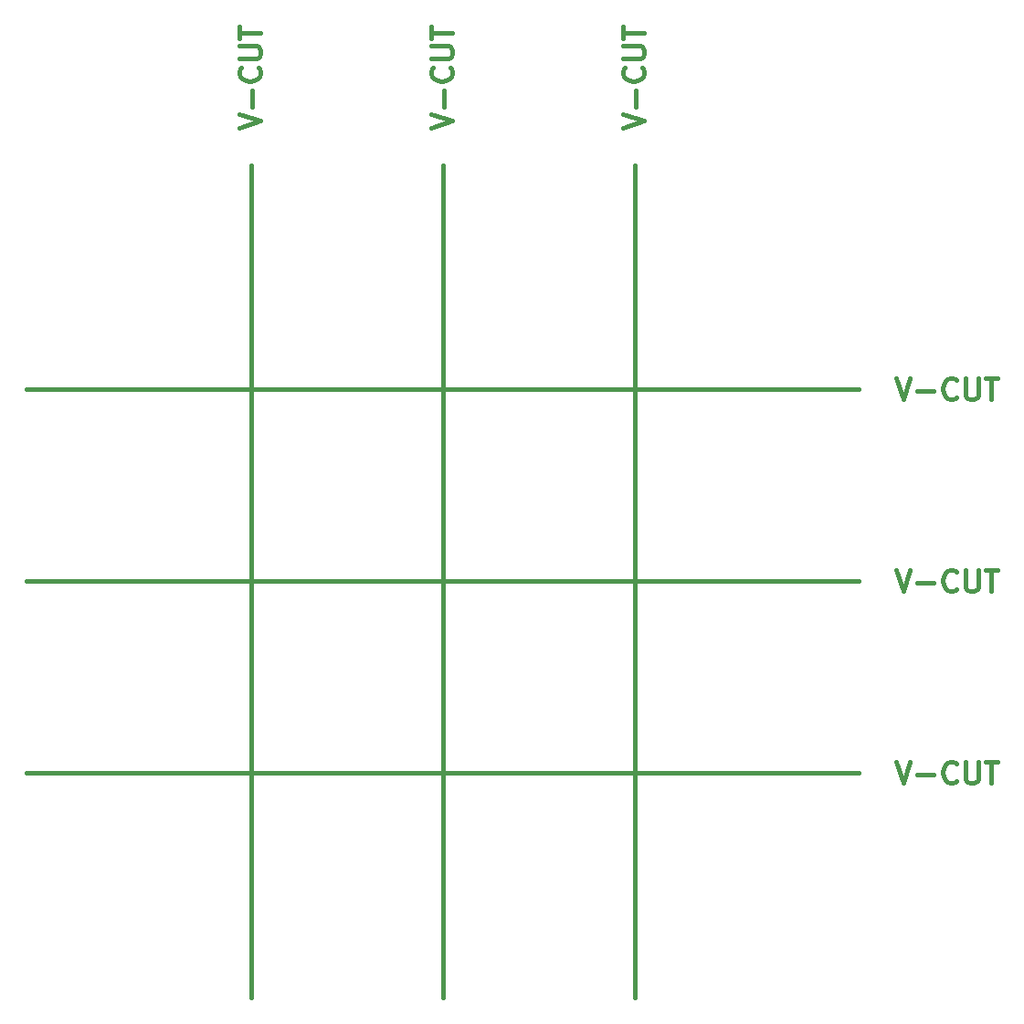
<source format=gbr>
%TF.GenerationSoftware,KiCad,Pcbnew,5.1.8*%
%TF.CreationDate,2020-11-29T15:41:03+01:00*%
%TF.ProjectId,panel,70616e65-6c2e-46b6-9963-61645f706362,rev?*%
%TF.SameCoordinates,Original*%
%TF.FileFunction,Other,Comment*%
%FSLAX46Y46*%
G04 Gerber Fmt 4.6, Leading zero omitted, Abs format (unit mm)*
G04 Created by KiCad (PCBNEW 5.1.8) date 2020-11-29 15:41:03*
%MOMM*%
%LPD*%
G01*
G04 APERTURE LIST*
%ADD10C,0.400000*%
G04 APERTURE END LIST*
D10*
X84464761Y-43548523D02*
X86464761Y-42881857D01*
X84464761Y-42215190D01*
X85702857Y-41548523D02*
X85702857Y-40024714D01*
X86274285Y-37929476D02*
X86369523Y-38024714D01*
X86464761Y-38310428D01*
X86464761Y-38500904D01*
X86369523Y-38786619D01*
X86179047Y-38977095D01*
X85988571Y-39072333D01*
X85607619Y-39167571D01*
X85321904Y-39167571D01*
X84940952Y-39072333D01*
X84750476Y-38977095D01*
X84560000Y-38786619D01*
X84464761Y-38500904D01*
X84464761Y-38310428D01*
X84560000Y-38024714D01*
X84655238Y-37929476D01*
X84464761Y-37072333D02*
X86083809Y-37072333D01*
X86274285Y-36977095D01*
X86369523Y-36881857D01*
X86464761Y-36691380D01*
X86464761Y-36310428D01*
X86369523Y-36119952D01*
X86274285Y-36024714D01*
X86083809Y-35929476D01*
X84464761Y-35929476D01*
X84464761Y-35262809D02*
X84464761Y-34119952D01*
X86464761Y-34691380D02*
X84464761Y-34691380D01*
X85560000Y-46999000D02*
X85560000Y-124121000D01*
X102244761Y-43548523D02*
X104244761Y-42881857D01*
X102244761Y-42215190D01*
X103482857Y-41548523D02*
X103482857Y-40024714D01*
X104054285Y-37929476D02*
X104149523Y-38024714D01*
X104244761Y-38310428D01*
X104244761Y-38500904D01*
X104149523Y-38786619D01*
X103959047Y-38977095D01*
X103768571Y-39072333D01*
X103387619Y-39167571D01*
X103101904Y-39167571D01*
X102720952Y-39072333D01*
X102530476Y-38977095D01*
X102340000Y-38786619D01*
X102244761Y-38500904D01*
X102244761Y-38310428D01*
X102340000Y-38024714D01*
X102435238Y-37929476D01*
X102244761Y-37072333D02*
X103863809Y-37072333D01*
X104054285Y-36977095D01*
X104149523Y-36881857D01*
X104244761Y-36691380D01*
X104244761Y-36310428D01*
X104149523Y-36119952D01*
X104054285Y-36024714D01*
X103863809Y-35929476D01*
X102244761Y-35929476D01*
X102244761Y-35262809D02*
X102244761Y-34119952D01*
X104244761Y-34691380D02*
X102244761Y-34691380D01*
X103340000Y-46999000D02*
X103340000Y-124121000D01*
X66684761Y-43548523D02*
X68684761Y-42881857D01*
X66684761Y-42215190D01*
X67922857Y-41548523D02*
X67922857Y-40024714D01*
X68494285Y-37929476D02*
X68589523Y-38024714D01*
X68684761Y-38310428D01*
X68684761Y-38500904D01*
X68589523Y-38786619D01*
X68399047Y-38977095D01*
X68208571Y-39072333D01*
X67827619Y-39167571D01*
X67541904Y-39167571D01*
X67160952Y-39072333D01*
X66970476Y-38977095D01*
X66780000Y-38786619D01*
X66684761Y-38500904D01*
X66684761Y-38310428D01*
X66780000Y-38024714D01*
X66875238Y-37929476D01*
X66684761Y-37072333D02*
X68303809Y-37072333D01*
X68494285Y-36977095D01*
X68589523Y-36881857D01*
X68684761Y-36691380D01*
X68684761Y-36310428D01*
X68589523Y-36119952D01*
X68494285Y-36024714D01*
X68303809Y-35929476D01*
X66684761Y-35929476D01*
X66684761Y-35262809D02*
X66684761Y-34119952D01*
X68684761Y-34691380D02*
X66684761Y-34691380D01*
X67780000Y-46999000D02*
X67780000Y-124121000D01*
X127571476Y-84464761D02*
X128238142Y-86464761D01*
X128904809Y-84464761D01*
X129571476Y-85702857D02*
X131095285Y-85702857D01*
X133190523Y-86274285D02*
X133095285Y-86369523D01*
X132809571Y-86464761D01*
X132619095Y-86464761D01*
X132333380Y-86369523D01*
X132142904Y-86179047D01*
X132047666Y-85988571D01*
X131952428Y-85607619D01*
X131952428Y-85321904D01*
X132047666Y-84940952D01*
X132142904Y-84750476D01*
X132333380Y-84560000D01*
X132619095Y-84464761D01*
X132809571Y-84464761D01*
X133095285Y-84560000D01*
X133190523Y-84655238D01*
X134047666Y-84464761D02*
X134047666Y-86083809D01*
X134142904Y-86274285D01*
X134238142Y-86369523D01*
X134428619Y-86464761D01*
X134809571Y-86464761D01*
X135000047Y-86369523D01*
X135095285Y-86274285D01*
X135190523Y-86083809D01*
X135190523Y-84464761D01*
X135857190Y-84464761D02*
X137000047Y-84464761D01*
X136428619Y-86464761D02*
X136428619Y-84464761D01*
X46999000Y-85560000D02*
X124121000Y-85560000D01*
X127571476Y-102244761D02*
X128238142Y-104244761D01*
X128904809Y-102244761D01*
X129571476Y-103482857D02*
X131095285Y-103482857D01*
X133190523Y-104054285D02*
X133095285Y-104149523D01*
X132809571Y-104244761D01*
X132619095Y-104244761D01*
X132333380Y-104149523D01*
X132142904Y-103959047D01*
X132047666Y-103768571D01*
X131952428Y-103387619D01*
X131952428Y-103101904D01*
X132047666Y-102720952D01*
X132142904Y-102530476D01*
X132333380Y-102340000D01*
X132619095Y-102244761D01*
X132809571Y-102244761D01*
X133095285Y-102340000D01*
X133190523Y-102435238D01*
X134047666Y-102244761D02*
X134047666Y-103863809D01*
X134142904Y-104054285D01*
X134238142Y-104149523D01*
X134428619Y-104244761D01*
X134809571Y-104244761D01*
X135000047Y-104149523D01*
X135095285Y-104054285D01*
X135190523Y-103863809D01*
X135190523Y-102244761D01*
X135857190Y-102244761D02*
X137000047Y-102244761D01*
X136428619Y-104244761D02*
X136428619Y-102244761D01*
X46999000Y-103340000D02*
X124121000Y-103340000D01*
X127571476Y-66684761D02*
X128238142Y-68684761D01*
X128904809Y-66684761D01*
X129571476Y-67922857D02*
X131095285Y-67922857D01*
X133190523Y-68494285D02*
X133095285Y-68589523D01*
X132809571Y-68684761D01*
X132619095Y-68684761D01*
X132333380Y-68589523D01*
X132142904Y-68399047D01*
X132047666Y-68208571D01*
X131952428Y-67827619D01*
X131952428Y-67541904D01*
X132047666Y-67160952D01*
X132142904Y-66970476D01*
X132333380Y-66780000D01*
X132619095Y-66684761D01*
X132809571Y-66684761D01*
X133095285Y-66780000D01*
X133190523Y-66875238D01*
X134047666Y-66684761D02*
X134047666Y-68303809D01*
X134142904Y-68494285D01*
X134238142Y-68589523D01*
X134428619Y-68684761D01*
X134809571Y-68684761D01*
X135000047Y-68589523D01*
X135095285Y-68494285D01*
X135190523Y-68303809D01*
X135190523Y-66684761D01*
X135857190Y-66684761D02*
X137000047Y-66684761D01*
X136428619Y-68684761D02*
X136428619Y-66684761D01*
X46999000Y-67780000D02*
X124121000Y-67780000D01*
M02*

</source>
